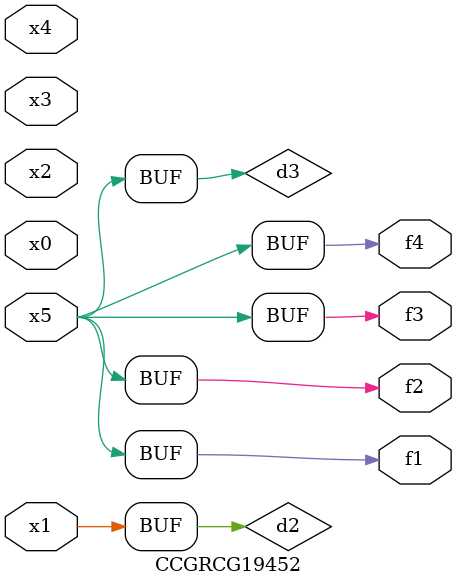
<source format=v>
module CCGRCG19452(
	input x0, x1, x2, x3, x4, x5,
	output f1, f2, f3, f4
);

	wire d1, d2, d3;

	not (d1, x5);
	or (d2, x1);
	xnor (d3, d1);
	assign f1 = d3;
	assign f2 = d3;
	assign f3 = d3;
	assign f4 = d3;
endmodule

</source>
